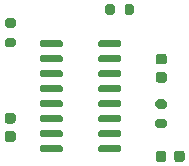
<source format=gbr>
%TF.GenerationSoftware,KiCad,Pcbnew,(5.1.9-0-10_14)*%
%TF.CreationDate,2021-02-13T20:36:48+01:00*%
%TF.ProjectId,f_buzzer,665f6275-7a7a-4657-922e-6b696361645f,rev?*%
%TF.SameCoordinates,Original*%
%TF.FileFunction,Paste,Top*%
%TF.FilePolarity,Positive*%
%FSLAX46Y46*%
G04 Gerber Fmt 4.6, Leading zero omitted, Abs format (unit mm)*
G04 Created by KiCad (PCBNEW (5.1.9-0-10_14)) date 2021-02-13 20:36:48*
%MOMM*%
%LPD*%
G01*
G04 APERTURE LIST*
G04 APERTURE END LIST*
%TO.C,U1*%
G36*
G01*
X128420000Y-81485000D02*
X128420000Y-81185000D01*
G75*
G02*
X128570000Y-81035000I150000J0D01*
G01*
X130220000Y-81035000D01*
G75*
G02*
X130370000Y-81185000I0J-150000D01*
G01*
X130370000Y-81485000D01*
G75*
G02*
X130220000Y-81635000I-150000J0D01*
G01*
X128570000Y-81635000D01*
G75*
G02*
X128420000Y-81485000I0J150000D01*
G01*
G37*
G36*
G01*
X128420000Y-82755000D02*
X128420000Y-82455000D01*
G75*
G02*
X128570000Y-82305000I150000J0D01*
G01*
X130220000Y-82305000D01*
G75*
G02*
X130370000Y-82455000I0J-150000D01*
G01*
X130370000Y-82755000D01*
G75*
G02*
X130220000Y-82905000I-150000J0D01*
G01*
X128570000Y-82905000D01*
G75*
G02*
X128420000Y-82755000I0J150000D01*
G01*
G37*
G36*
G01*
X128420000Y-84025000D02*
X128420000Y-83725000D01*
G75*
G02*
X128570000Y-83575000I150000J0D01*
G01*
X130220000Y-83575000D01*
G75*
G02*
X130370000Y-83725000I0J-150000D01*
G01*
X130370000Y-84025000D01*
G75*
G02*
X130220000Y-84175000I-150000J0D01*
G01*
X128570000Y-84175000D01*
G75*
G02*
X128420000Y-84025000I0J150000D01*
G01*
G37*
G36*
G01*
X128420000Y-85295000D02*
X128420000Y-84995000D01*
G75*
G02*
X128570000Y-84845000I150000J0D01*
G01*
X130220000Y-84845000D01*
G75*
G02*
X130370000Y-84995000I0J-150000D01*
G01*
X130370000Y-85295000D01*
G75*
G02*
X130220000Y-85445000I-150000J0D01*
G01*
X128570000Y-85445000D01*
G75*
G02*
X128420000Y-85295000I0J150000D01*
G01*
G37*
G36*
G01*
X128420000Y-86565000D02*
X128420000Y-86265000D01*
G75*
G02*
X128570000Y-86115000I150000J0D01*
G01*
X130220000Y-86115000D01*
G75*
G02*
X130370000Y-86265000I0J-150000D01*
G01*
X130370000Y-86565000D01*
G75*
G02*
X130220000Y-86715000I-150000J0D01*
G01*
X128570000Y-86715000D01*
G75*
G02*
X128420000Y-86565000I0J150000D01*
G01*
G37*
G36*
G01*
X128420000Y-87835000D02*
X128420000Y-87535000D01*
G75*
G02*
X128570000Y-87385000I150000J0D01*
G01*
X130220000Y-87385000D01*
G75*
G02*
X130370000Y-87535000I0J-150000D01*
G01*
X130370000Y-87835000D01*
G75*
G02*
X130220000Y-87985000I-150000J0D01*
G01*
X128570000Y-87985000D01*
G75*
G02*
X128420000Y-87835000I0J150000D01*
G01*
G37*
G36*
G01*
X128420000Y-89105000D02*
X128420000Y-88805000D01*
G75*
G02*
X128570000Y-88655000I150000J0D01*
G01*
X130220000Y-88655000D01*
G75*
G02*
X130370000Y-88805000I0J-150000D01*
G01*
X130370000Y-89105000D01*
G75*
G02*
X130220000Y-89255000I-150000J0D01*
G01*
X128570000Y-89255000D01*
G75*
G02*
X128420000Y-89105000I0J150000D01*
G01*
G37*
G36*
G01*
X128420000Y-90375000D02*
X128420000Y-90075000D01*
G75*
G02*
X128570000Y-89925000I150000J0D01*
G01*
X130220000Y-89925000D01*
G75*
G02*
X130370000Y-90075000I0J-150000D01*
G01*
X130370000Y-90375000D01*
G75*
G02*
X130220000Y-90525000I-150000J0D01*
G01*
X128570000Y-90525000D01*
G75*
G02*
X128420000Y-90375000I0J150000D01*
G01*
G37*
G36*
G01*
X123470000Y-90375000D02*
X123470000Y-90075000D01*
G75*
G02*
X123620000Y-89925000I150000J0D01*
G01*
X125270000Y-89925000D01*
G75*
G02*
X125420000Y-90075000I0J-150000D01*
G01*
X125420000Y-90375000D01*
G75*
G02*
X125270000Y-90525000I-150000J0D01*
G01*
X123620000Y-90525000D01*
G75*
G02*
X123470000Y-90375000I0J150000D01*
G01*
G37*
G36*
G01*
X123470000Y-89105000D02*
X123470000Y-88805000D01*
G75*
G02*
X123620000Y-88655000I150000J0D01*
G01*
X125270000Y-88655000D01*
G75*
G02*
X125420000Y-88805000I0J-150000D01*
G01*
X125420000Y-89105000D01*
G75*
G02*
X125270000Y-89255000I-150000J0D01*
G01*
X123620000Y-89255000D01*
G75*
G02*
X123470000Y-89105000I0J150000D01*
G01*
G37*
G36*
G01*
X123470000Y-87835000D02*
X123470000Y-87535000D01*
G75*
G02*
X123620000Y-87385000I150000J0D01*
G01*
X125270000Y-87385000D01*
G75*
G02*
X125420000Y-87535000I0J-150000D01*
G01*
X125420000Y-87835000D01*
G75*
G02*
X125270000Y-87985000I-150000J0D01*
G01*
X123620000Y-87985000D01*
G75*
G02*
X123470000Y-87835000I0J150000D01*
G01*
G37*
G36*
G01*
X123470000Y-86565000D02*
X123470000Y-86265000D01*
G75*
G02*
X123620000Y-86115000I150000J0D01*
G01*
X125270000Y-86115000D01*
G75*
G02*
X125420000Y-86265000I0J-150000D01*
G01*
X125420000Y-86565000D01*
G75*
G02*
X125270000Y-86715000I-150000J0D01*
G01*
X123620000Y-86715000D01*
G75*
G02*
X123470000Y-86565000I0J150000D01*
G01*
G37*
G36*
G01*
X123470000Y-85295000D02*
X123470000Y-84995000D01*
G75*
G02*
X123620000Y-84845000I150000J0D01*
G01*
X125270000Y-84845000D01*
G75*
G02*
X125420000Y-84995000I0J-150000D01*
G01*
X125420000Y-85295000D01*
G75*
G02*
X125270000Y-85445000I-150000J0D01*
G01*
X123620000Y-85445000D01*
G75*
G02*
X123470000Y-85295000I0J150000D01*
G01*
G37*
G36*
G01*
X123470000Y-84025000D02*
X123470000Y-83725000D01*
G75*
G02*
X123620000Y-83575000I150000J0D01*
G01*
X125270000Y-83575000D01*
G75*
G02*
X125420000Y-83725000I0J-150000D01*
G01*
X125420000Y-84025000D01*
G75*
G02*
X125270000Y-84175000I-150000J0D01*
G01*
X123620000Y-84175000D01*
G75*
G02*
X123470000Y-84025000I0J150000D01*
G01*
G37*
G36*
G01*
X123470000Y-82755000D02*
X123470000Y-82455000D01*
G75*
G02*
X123620000Y-82305000I150000J0D01*
G01*
X125270000Y-82305000D01*
G75*
G02*
X125420000Y-82455000I0J-150000D01*
G01*
X125420000Y-82755000D01*
G75*
G02*
X125270000Y-82905000I-150000J0D01*
G01*
X123620000Y-82905000D01*
G75*
G02*
X123470000Y-82755000I0J150000D01*
G01*
G37*
G36*
G01*
X123470000Y-81485000D02*
X123470000Y-81185000D01*
G75*
G02*
X123620000Y-81035000I150000J0D01*
G01*
X125270000Y-81035000D01*
G75*
G02*
X125420000Y-81185000I0J-150000D01*
G01*
X125420000Y-81485000D01*
G75*
G02*
X125270000Y-81635000I-150000J0D01*
G01*
X123620000Y-81635000D01*
G75*
G02*
X123470000Y-81485000I0J150000D01*
G01*
G37*
%TD*%
%TO.C,R3*%
G36*
G01*
X121265000Y-79965000D02*
X120715000Y-79965000D01*
G75*
G02*
X120515000Y-79765000I0J200000D01*
G01*
X120515000Y-79365000D01*
G75*
G02*
X120715000Y-79165000I200000J0D01*
G01*
X121265000Y-79165000D01*
G75*
G02*
X121465000Y-79365000I0J-200000D01*
G01*
X121465000Y-79765000D01*
G75*
G02*
X121265000Y-79965000I-200000J0D01*
G01*
G37*
G36*
G01*
X121265000Y-81615000D02*
X120715000Y-81615000D01*
G75*
G02*
X120515000Y-81415000I0J200000D01*
G01*
X120515000Y-81015000D01*
G75*
G02*
X120715000Y-80815000I200000J0D01*
G01*
X121265000Y-80815000D01*
G75*
G02*
X121465000Y-81015000I0J-200000D01*
G01*
X121465000Y-81415000D01*
G75*
G02*
X121265000Y-81615000I-200000J0D01*
G01*
G37*
%TD*%
%TO.C,R2*%
G36*
G01*
X130655000Y-78695000D02*
X130655000Y-78145000D01*
G75*
G02*
X130855000Y-77945000I200000J0D01*
G01*
X131255000Y-77945000D01*
G75*
G02*
X131455000Y-78145000I0J-200000D01*
G01*
X131455000Y-78695000D01*
G75*
G02*
X131255000Y-78895000I-200000J0D01*
G01*
X130855000Y-78895000D01*
G75*
G02*
X130655000Y-78695000I0J200000D01*
G01*
G37*
G36*
G01*
X129005000Y-78695000D02*
X129005000Y-78145000D01*
G75*
G02*
X129205000Y-77945000I200000J0D01*
G01*
X129605000Y-77945000D01*
G75*
G02*
X129805000Y-78145000I0J-200000D01*
G01*
X129805000Y-78695000D01*
G75*
G02*
X129605000Y-78895000I-200000J0D01*
G01*
X129205000Y-78895000D01*
G75*
G02*
X129005000Y-78695000I0J200000D01*
G01*
G37*
%TD*%
%TO.C,R1*%
G36*
G01*
X133465000Y-87675000D02*
X134015000Y-87675000D01*
G75*
G02*
X134215000Y-87875000I0J-200000D01*
G01*
X134215000Y-88275000D01*
G75*
G02*
X134015000Y-88475000I-200000J0D01*
G01*
X133465000Y-88475000D01*
G75*
G02*
X133265000Y-88275000I0J200000D01*
G01*
X133265000Y-87875000D01*
G75*
G02*
X133465000Y-87675000I200000J0D01*
G01*
G37*
G36*
G01*
X133465000Y-86025000D02*
X134015000Y-86025000D01*
G75*
G02*
X134215000Y-86225000I0J-200000D01*
G01*
X134215000Y-86625000D01*
G75*
G02*
X134015000Y-86825000I-200000J0D01*
G01*
X133465000Y-86825000D01*
G75*
G02*
X133265000Y-86625000I0J200000D01*
G01*
X133265000Y-86225000D01*
G75*
G02*
X133465000Y-86025000I200000J0D01*
G01*
G37*
%TD*%
%TO.C,C3*%
G36*
G01*
X134840000Y-91110000D02*
X134840000Y-90610000D01*
G75*
G02*
X135065000Y-90385000I225000J0D01*
G01*
X135515000Y-90385000D01*
G75*
G02*
X135740000Y-90610000I0J-225000D01*
G01*
X135740000Y-91110000D01*
G75*
G02*
X135515000Y-91335000I-225000J0D01*
G01*
X135065000Y-91335000D01*
G75*
G02*
X134840000Y-91110000I0J225000D01*
G01*
G37*
G36*
G01*
X133290000Y-91110000D02*
X133290000Y-90610000D01*
G75*
G02*
X133515000Y-90385000I225000J0D01*
G01*
X133965000Y-90385000D01*
G75*
G02*
X134190000Y-90610000I0J-225000D01*
G01*
X134190000Y-91110000D01*
G75*
G02*
X133965000Y-91335000I-225000J0D01*
G01*
X133515000Y-91335000D01*
G75*
G02*
X133290000Y-91110000I0J225000D01*
G01*
G37*
%TD*%
%TO.C,C2*%
G36*
G01*
X134000000Y-83075000D02*
X133500000Y-83075000D01*
G75*
G02*
X133275000Y-82850000I0J225000D01*
G01*
X133275000Y-82400000D01*
G75*
G02*
X133500000Y-82175000I225000J0D01*
G01*
X134000000Y-82175000D01*
G75*
G02*
X134225000Y-82400000I0J-225000D01*
G01*
X134225000Y-82850000D01*
G75*
G02*
X134000000Y-83075000I-225000J0D01*
G01*
G37*
G36*
G01*
X134000000Y-84625000D02*
X133500000Y-84625000D01*
G75*
G02*
X133275000Y-84400000I0J225000D01*
G01*
X133275000Y-83950000D01*
G75*
G02*
X133500000Y-83725000I225000J0D01*
G01*
X134000000Y-83725000D01*
G75*
G02*
X134225000Y-83950000I0J-225000D01*
G01*
X134225000Y-84400000D01*
G75*
G02*
X134000000Y-84625000I-225000J0D01*
G01*
G37*
%TD*%
%TO.C,C1*%
G36*
G01*
X120710000Y-88725000D02*
X121210000Y-88725000D01*
G75*
G02*
X121435000Y-88950000I0J-225000D01*
G01*
X121435000Y-89400000D01*
G75*
G02*
X121210000Y-89625000I-225000J0D01*
G01*
X120710000Y-89625000D01*
G75*
G02*
X120485000Y-89400000I0J225000D01*
G01*
X120485000Y-88950000D01*
G75*
G02*
X120710000Y-88725000I225000J0D01*
G01*
G37*
G36*
G01*
X120710000Y-87175000D02*
X121210000Y-87175000D01*
G75*
G02*
X121435000Y-87400000I0J-225000D01*
G01*
X121435000Y-87850000D01*
G75*
G02*
X121210000Y-88075000I-225000J0D01*
G01*
X120710000Y-88075000D01*
G75*
G02*
X120485000Y-87850000I0J225000D01*
G01*
X120485000Y-87400000D01*
G75*
G02*
X120710000Y-87175000I225000J0D01*
G01*
G37*
%TD*%
M02*

</source>
